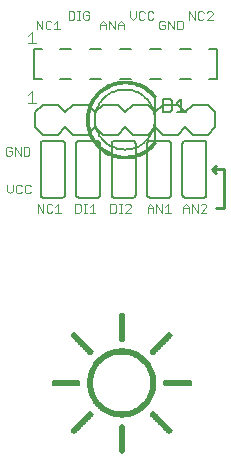
<source format=gto>
G75*
%MOIN*%
%OFA0B0*%
%FSLAX24Y24*%
%IPPOS*%
%LPD*%
%AMOC8*
5,1,8,0,0,1.08239X$1,22.5*
%
%ADD10C,0.0030*%
%ADD11C,0.0100*%
%ADD12R,0.0069X0.0010*%
%ADD13R,0.0098X0.0010*%
%ADD14R,0.0128X0.0010*%
%ADD15R,0.0148X0.0010*%
%ADD16R,0.0157X0.0010*%
%ADD17R,0.0167X0.0010*%
%ADD18R,0.0177X0.0010*%
%ADD19R,0.0187X0.0010*%
%ADD20R,0.0059X0.0010*%
%ADD21R,0.0118X0.0010*%
%ADD22R,0.0138X0.0010*%
%ADD23R,0.0197X0.0010*%
%ADD24R,0.0207X0.0010*%
%ADD25R,0.0217X0.0010*%
%ADD26R,0.0226X0.0010*%
%ADD27R,0.0236X0.0010*%
%ADD28R,0.0246X0.0010*%
%ADD29R,0.0256X0.0010*%
%ADD30R,0.0108X0.0010*%
%ADD31R,0.0335X0.0010*%
%ADD32R,0.0453X0.0010*%
%ADD33R,0.0541X0.0010*%
%ADD34R,0.0610X0.0010*%
%ADD35R,0.0679X0.0010*%
%ADD36R,0.0738X0.0010*%
%ADD37R,0.0797X0.0010*%
%ADD38R,0.0846X0.0010*%
%ADD39R,0.0896X0.0010*%
%ADD40R,0.0935X0.0010*%
%ADD41R,0.0984X0.0010*%
%ADD42R,0.1024X0.0010*%
%ADD43R,0.1063X0.0010*%
%ADD44R,0.1093X0.0010*%
%ADD45R,0.1132X0.0010*%
%ADD46R,0.1161X0.0010*%
%ADD47R,0.1201X0.0010*%
%ADD48R,0.1230X0.0010*%
%ADD49R,0.0512X0.0010*%
%ADD50R,0.0522X0.0010*%
%ADD51R,0.0472X0.0010*%
%ADD52R,0.0463X0.0010*%
%ADD53R,0.0433X0.0010*%
%ADD54R,0.0404X0.0010*%
%ADD55R,0.0394X0.0010*%
%ADD56R,0.0384X0.0010*%
%ADD57R,0.0374X0.0010*%
%ADD58R,0.0354X0.0010*%
%ADD59R,0.0364X0.0010*%
%ADD60R,0.0344X0.0010*%
%ADD61R,0.0325X0.0010*%
%ADD62R,0.0315X0.0010*%
%ADD63R,0.0305X0.0010*%
%ADD64R,0.0295X0.0010*%
%ADD65R,0.0285X0.0010*%
%ADD66R,0.0276X0.0010*%
%ADD67R,0.0266X0.0010*%
%ADD68R,0.0856X0.0010*%
%ADD69R,0.0886X0.0010*%
%ADD70R,0.0906X0.0010*%
%ADD71R,0.0925X0.0010*%
%ADD72R,0.0945X0.0010*%
%ADD73R,0.0955X0.0010*%
%ADD74R,0.0965X0.0010*%
%ADD75R,0.0915X0.0010*%
%ADD76R,0.0876X0.0010*%
%ADD77R,0.0837X0.0010*%
%ADD78R,0.0423X0.0010*%
%ADD79R,0.0010X0.0010*%
%ADD80R,0.0079X0.0010*%
%ADD81R,0.0502X0.0010*%
%ADD82R,0.1240X0.0010*%
%ADD83R,0.1171X0.0010*%
%ADD84R,0.1142X0.0010*%
%ADD85R,0.1102X0.0010*%
%ADD86R,0.0807X0.0010*%
%ADD87R,0.0748X0.0010*%
%ADD88R,0.0689X0.0010*%
%ADD89R,0.0630X0.0010*%
%ADD90R,0.0551X0.0010*%
%ADD91R,0.0030X0.0010*%
%ADD92R,0.0089X0.0010*%
%ADD93R,0.0049X0.0010*%
%ADD94C,0.0060*%
%ADD95C,0.0080*%
%ADD96C,0.0070*%
%ADD97C,0.0010*%
%ADD98C,0.0050*%
D10*
X004017Y020076D02*
X004017Y020366D01*
X004211Y020076D01*
X004211Y020366D01*
X004312Y020318D02*
X004312Y020124D01*
X004360Y020076D01*
X004457Y020076D01*
X004505Y020124D01*
X004607Y020076D02*
X004800Y020076D01*
X004703Y020076D02*
X004703Y020366D01*
X004607Y020270D01*
X004505Y020318D02*
X004457Y020366D01*
X004360Y020366D01*
X004312Y020318D01*
X003782Y020765D02*
X003734Y020716D01*
X003637Y020716D01*
X003589Y020765D01*
X003589Y020958D01*
X003637Y021006D01*
X003734Y021006D01*
X003782Y020958D01*
X003488Y020958D02*
X003439Y021006D01*
X003343Y021006D01*
X003294Y020958D01*
X003294Y020765D01*
X003343Y020716D01*
X003439Y020716D01*
X003488Y020765D01*
X003193Y020813D02*
X003193Y021006D01*
X003193Y020813D02*
X003096Y020716D01*
X003000Y020813D01*
X003000Y021006D01*
X003009Y021976D02*
X003105Y021976D01*
X003154Y022024D01*
X003154Y022121D01*
X003057Y022121D01*
X002960Y022218D02*
X002960Y022024D01*
X003009Y021976D01*
X002960Y022218D02*
X003009Y022266D01*
X003105Y022266D01*
X003154Y022218D01*
X003255Y022266D02*
X003255Y021976D01*
X003448Y021976D02*
X003255Y022266D01*
X003448Y022266D02*
X003448Y021976D01*
X003550Y021976D02*
X003550Y022266D01*
X003695Y022266D01*
X003743Y022218D01*
X003743Y022024D01*
X003695Y021976D01*
X003550Y021976D01*
X003708Y023748D02*
X003955Y023748D01*
X003832Y023748D02*
X003832Y024118D01*
X003708Y023995D01*
X003708Y025716D02*
X003955Y025716D01*
X003832Y025716D02*
X003832Y026086D01*
X003708Y025963D01*
X003984Y026189D02*
X003984Y026479D01*
X004177Y026189D01*
X004177Y026479D01*
X004279Y026430D02*
X004279Y026237D01*
X004327Y026189D01*
X004424Y026189D01*
X004472Y026237D01*
X004573Y026189D02*
X004767Y026189D01*
X004670Y026189D02*
X004670Y026479D01*
X004573Y026382D01*
X004472Y026430D02*
X004424Y026479D01*
X004327Y026479D01*
X004279Y026430D01*
X005047Y026504D02*
X005192Y026504D01*
X005240Y026552D01*
X005240Y026745D01*
X005192Y026794D01*
X005047Y026794D01*
X005047Y026504D01*
X005342Y026504D02*
X005438Y026504D01*
X005390Y026504D02*
X005390Y026794D01*
X005342Y026794D02*
X005438Y026794D01*
X005538Y026745D02*
X005538Y026552D01*
X005586Y026504D01*
X005683Y026504D01*
X005731Y026552D01*
X005731Y026649D01*
X005635Y026649D01*
X005731Y026745D02*
X005683Y026794D01*
X005586Y026794D01*
X005538Y026745D01*
X006110Y026382D02*
X006110Y026189D01*
X006110Y026334D02*
X006303Y026334D01*
X006303Y026382D02*
X006303Y026189D01*
X006405Y026189D02*
X006405Y026479D01*
X006598Y026189D01*
X006598Y026479D01*
X006699Y026382D02*
X006699Y026189D01*
X006699Y026334D02*
X006893Y026334D01*
X006893Y026382D02*
X006893Y026189D01*
X006893Y026382D02*
X006796Y026479D01*
X006699Y026382D01*
X006303Y026382D02*
X006207Y026479D01*
X006110Y026382D01*
X007094Y026600D02*
X007191Y026504D01*
X007288Y026600D01*
X007288Y026794D01*
X007389Y026745D02*
X007389Y026552D01*
X007437Y026504D01*
X007534Y026504D01*
X007582Y026552D01*
X007683Y026552D02*
X007732Y026504D01*
X007829Y026504D01*
X007877Y026552D01*
X007877Y026745D02*
X007829Y026794D01*
X007732Y026794D01*
X007683Y026745D01*
X007683Y026552D01*
X007582Y026745D02*
X007534Y026794D01*
X007437Y026794D01*
X007389Y026745D01*
X007094Y026794D02*
X007094Y026600D01*
X008078Y026430D02*
X008078Y026237D01*
X008127Y026189D01*
X008224Y026189D01*
X008272Y026237D01*
X008272Y026334D01*
X008175Y026334D01*
X008078Y026430D02*
X008127Y026479D01*
X008224Y026479D01*
X008272Y026430D01*
X008373Y026479D02*
X008373Y026189D01*
X008567Y026189D02*
X008373Y026479D01*
X008567Y026479D02*
X008567Y026189D01*
X008668Y026189D02*
X008668Y026479D01*
X008813Y026479D01*
X008861Y026430D01*
X008861Y026237D01*
X008813Y026189D01*
X008668Y026189D01*
X009063Y026504D02*
X009063Y026794D01*
X009256Y026504D01*
X009256Y026794D01*
X009357Y026745D02*
X009357Y026552D01*
X009406Y026504D01*
X009502Y026504D01*
X009551Y026552D01*
X009652Y026504D02*
X009845Y026697D01*
X009845Y026745D01*
X009797Y026794D01*
X009700Y026794D01*
X009652Y026745D01*
X009551Y026745D02*
X009502Y026794D01*
X009406Y026794D01*
X009357Y026745D01*
X009652Y026504D02*
X009845Y026504D01*
X009594Y020366D02*
X009497Y020366D01*
X009449Y020318D01*
X009348Y020366D02*
X009348Y020076D01*
X009154Y020366D01*
X009154Y020076D01*
X009053Y020076D02*
X009053Y020270D01*
X008957Y020366D01*
X008860Y020270D01*
X008860Y020076D01*
X008860Y020221D02*
X009053Y020221D01*
X009449Y020076D02*
X009643Y020270D01*
X009643Y020318D01*
X009594Y020366D01*
X009643Y020076D02*
X009449Y020076D01*
X008461Y020076D02*
X008268Y020076D01*
X008365Y020076D02*
X008365Y020366D01*
X008268Y020270D01*
X008167Y020366D02*
X008167Y020076D01*
X007973Y020366D01*
X007973Y020076D01*
X007872Y020076D02*
X007872Y020270D01*
X007775Y020366D01*
X007679Y020270D01*
X007679Y020076D01*
X007679Y020221D02*
X007872Y020221D01*
X007123Y020270D02*
X007123Y020318D01*
X007075Y020366D01*
X006978Y020366D01*
X006929Y020318D01*
X006830Y020366D02*
X006733Y020366D01*
X006781Y020366D02*
X006781Y020076D01*
X006733Y020076D02*
X006830Y020076D01*
X006929Y020076D02*
X007123Y020270D01*
X007123Y020076D02*
X006929Y020076D01*
X006632Y020124D02*
X006632Y020318D01*
X006583Y020366D01*
X006438Y020366D01*
X006438Y020076D01*
X006583Y020076D01*
X006632Y020124D01*
X005942Y020076D02*
X005748Y020076D01*
X005845Y020076D02*
X005845Y020366D01*
X005748Y020270D01*
X005649Y020366D02*
X005552Y020366D01*
X005600Y020366D02*
X005600Y020076D01*
X005552Y020076D02*
X005649Y020076D01*
X005451Y020124D02*
X005451Y020318D01*
X005402Y020366D01*
X005257Y020366D01*
X005257Y020076D01*
X005402Y020076D01*
X005451Y020124D01*
D11*
X009835Y021528D02*
X009953Y021410D01*
X009835Y021528D02*
X009953Y021646D01*
X009835Y021528D02*
X010229Y021528D01*
X010229Y020229D01*
X009953Y020229D01*
D12*
X007857Y013418D03*
X008408Y012699D03*
X006813Y012985D03*
X006813Y012040D03*
X005770Y013418D03*
D13*
X005224Y012709D03*
X006818Y012050D03*
X008403Y012709D03*
X008403Y016046D03*
X005224Y016046D03*
D14*
X005770Y015357D03*
X005770Y013398D03*
X006813Y012965D03*
X006813Y012059D03*
X007857Y013398D03*
X008408Y012719D03*
X007857Y015357D03*
X006813Y015790D03*
D15*
X006813Y015800D03*
X006813Y016676D03*
X007857Y015367D03*
X007857Y013388D03*
X008408Y012729D03*
X006813Y012955D03*
X006813Y012069D03*
X005770Y013388D03*
X005770Y015367D03*
D16*
X005224Y016016D03*
X006818Y013241D03*
X006818Y012079D03*
X008403Y012739D03*
X008403Y016016D03*
X005224Y012739D03*
D17*
X005770Y013378D03*
X005770Y015376D03*
X005229Y016006D03*
X006813Y015819D03*
X006813Y015809D03*
X006813Y016656D03*
X006813Y016666D03*
X007857Y015376D03*
X007857Y013378D03*
X006813Y012945D03*
X006813Y012935D03*
X006813Y012089D03*
D18*
X006818Y012099D03*
X006818Y012926D03*
X007862Y013369D03*
X007852Y014185D03*
X007862Y014244D03*
X007862Y014254D03*
X007871Y014353D03*
X007871Y014363D03*
X007871Y014372D03*
X007871Y014382D03*
X007871Y014392D03*
X007871Y014402D03*
X007871Y014412D03*
X007871Y014422D03*
X007862Y014510D03*
X007862Y014520D03*
X007852Y014579D03*
X007862Y015386D03*
X008403Y016006D03*
X006818Y015829D03*
X006818Y016646D03*
X005775Y014540D03*
X005765Y014471D03*
X005765Y014461D03*
X005765Y014451D03*
X005765Y014441D03*
X005765Y014431D03*
X005765Y014343D03*
X005765Y014333D03*
X005765Y014323D03*
X005765Y014313D03*
X005765Y014304D03*
X005775Y014225D03*
X005765Y013369D03*
X005224Y012748D03*
X005765Y015386D03*
X008403Y012748D03*
D19*
X008398Y012758D03*
X007867Y013359D03*
X007807Y014028D03*
X007817Y014048D03*
X007817Y014057D03*
X007827Y014077D03*
X007827Y014087D03*
X007827Y014097D03*
X007837Y014107D03*
X007837Y014117D03*
X007837Y014126D03*
X007837Y014136D03*
X007847Y014146D03*
X007847Y014156D03*
X007847Y014166D03*
X007847Y014176D03*
X007857Y014195D03*
X007857Y014205D03*
X007857Y014215D03*
X007857Y014225D03*
X007857Y014235D03*
X007867Y014264D03*
X007867Y014274D03*
X007867Y014284D03*
X007867Y014294D03*
X007867Y014304D03*
X007867Y014313D03*
X007867Y014323D03*
X007867Y014333D03*
X007867Y014343D03*
X007867Y014431D03*
X007867Y014441D03*
X007867Y014451D03*
X007867Y014461D03*
X007867Y014471D03*
X007867Y014481D03*
X007867Y014491D03*
X007867Y014500D03*
X007857Y014530D03*
X007857Y014540D03*
X007857Y014550D03*
X007857Y014559D03*
X007857Y014569D03*
X007847Y014589D03*
X007847Y014599D03*
X007847Y014609D03*
X007847Y014619D03*
X007837Y014628D03*
X007837Y014638D03*
X007837Y014648D03*
X007837Y014658D03*
X007827Y014678D03*
X007827Y014687D03*
X007817Y014707D03*
X007817Y014717D03*
X007807Y014737D03*
X007798Y014766D03*
X007867Y015396D03*
X008398Y015996D03*
X006813Y015996D03*
X006813Y015987D03*
X006813Y015977D03*
X006813Y015967D03*
X006813Y015957D03*
X006813Y015947D03*
X006813Y015937D03*
X006813Y015928D03*
X006813Y015918D03*
X006813Y015908D03*
X006813Y015898D03*
X006813Y015888D03*
X006813Y015878D03*
X006813Y015869D03*
X006813Y015859D03*
X006813Y015849D03*
X006813Y015839D03*
X006813Y016006D03*
X006813Y016016D03*
X006813Y016026D03*
X006813Y016036D03*
X006813Y016046D03*
X006813Y016056D03*
X006813Y016065D03*
X006813Y016075D03*
X006813Y016085D03*
X006813Y016095D03*
X006813Y016105D03*
X006813Y016115D03*
X006813Y016124D03*
X006813Y016134D03*
X006813Y016144D03*
X006813Y016154D03*
X006813Y016164D03*
X006813Y016174D03*
X006813Y016183D03*
X006813Y016193D03*
X006813Y016203D03*
X006813Y016213D03*
X006813Y016223D03*
X006813Y016233D03*
X006813Y016243D03*
X006813Y016252D03*
X006813Y016262D03*
X006813Y016272D03*
X006813Y016282D03*
X006813Y016292D03*
X006813Y016302D03*
X006813Y016311D03*
X006813Y016321D03*
X006813Y016331D03*
X006813Y016341D03*
X006813Y016351D03*
X006813Y016361D03*
X006813Y016370D03*
X006813Y016380D03*
X006813Y016390D03*
X006813Y016400D03*
X006813Y016410D03*
X006813Y016420D03*
X006813Y016430D03*
X006813Y016439D03*
X006813Y016449D03*
X006813Y016459D03*
X006813Y016469D03*
X006813Y016479D03*
X006813Y016489D03*
X006813Y016498D03*
X006813Y016508D03*
X006813Y016518D03*
X006813Y016528D03*
X006813Y016538D03*
X006813Y016548D03*
X006813Y016557D03*
X006813Y016567D03*
X006813Y016577D03*
X006813Y016587D03*
X006813Y016597D03*
X006813Y016607D03*
X006813Y016617D03*
X006813Y016626D03*
X006813Y016636D03*
X005819Y014727D03*
X005819Y014717D03*
X005809Y014697D03*
X005809Y014687D03*
X005800Y014668D03*
X005800Y014658D03*
X005800Y014648D03*
X005790Y014628D03*
X005790Y014619D03*
X005790Y014609D03*
X005790Y014599D03*
X005780Y014589D03*
X005780Y014579D03*
X005780Y014569D03*
X005780Y014559D03*
X005780Y014550D03*
X005770Y014530D03*
X005770Y014520D03*
X005770Y014510D03*
X005770Y014500D03*
X005770Y014491D03*
X005770Y014481D03*
X005760Y014422D03*
X005760Y014412D03*
X005760Y014402D03*
X005760Y014392D03*
X005760Y014382D03*
X005760Y014372D03*
X005760Y014363D03*
X005760Y014353D03*
X005770Y014294D03*
X005770Y014284D03*
X005770Y014274D03*
X005770Y014264D03*
X005770Y014254D03*
X005770Y014244D03*
X005770Y014235D03*
X005780Y014215D03*
X005780Y014205D03*
X005780Y014195D03*
X005780Y014185D03*
X005780Y014176D03*
X005790Y014166D03*
X005790Y014156D03*
X005790Y014146D03*
X005790Y014136D03*
X005800Y014117D03*
X005800Y014107D03*
X005800Y014097D03*
X005809Y014077D03*
X005809Y014067D03*
X005819Y014048D03*
X005829Y014018D03*
X005229Y012758D03*
X006813Y012758D03*
X006813Y012748D03*
X006813Y012739D03*
X006813Y012729D03*
X006813Y012719D03*
X006813Y012709D03*
X006813Y012699D03*
X006813Y012689D03*
X006813Y012680D03*
X006813Y012670D03*
X006813Y012660D03*
X006813Y012650D03*
X006813Y012640D03*
X006813Y012630D03*
X006813Y012620D03*
X006813Y012611D03*
X006813Y012601D03*
X006813Y012591D03*
X006813Y012581D03*
X006813Y012571D03*
X006813Y012561D03*
X006813Y012552D03*
X006813Y012542D03*
X006813Y012532D03*
X006813Y012522D03*
X006813Y012512D03*
X006813Y012502D03*
X006813Y012493D03*
X006813Y012483D03*
X006813Y012473D03*
X006813Y012463D03*
X006813Y012453D03*
X006813Y012443D03*
X006813Y012433D03*
X006813Y012424D03*
X006813Y012414D03*
X006813Y012404D03*
X006813Y012394D03*
X006813Y012384D03*
X006813Y012374D03*
X006813Y012365D03*
X006813Y012355D03*
X006813Y012345D03*
X006813Y012335D03*
X006813Y012325D03*
X006813Y012315D03*
X006813Y012306D03*
X006813Y012296D03*
X006813Y012286D03*
X006813Y012276D03*
X006813Y012266D03*
X006813Y012256D03*
X006813Y012246D03*
X006813Y012237D03*
X006813Y012227D03*
X006813Y012217D03*
X006813Y012207D03*
X006813Y012197D03*
X006813Y012187D03*
X006813Y012178D03*
X006813Y012168D03*
X006813Y012158D03*
X006813Y012148D03*
X006813Y012138D03*
X006813Y012128D03*
X006813Y012119D03*
X006813Y012109D03*
X006813Y012768D03*
X006813Y012778D03*
X006813Y012788D03*
X006813Y012798D03*
X006813Y012807D03*
X006813Y012817D03*
X006813Y012827D03*
X006813Y012837D03*
X006813Y012847D03*
X006813Y012857D03*
X006813Y012867D03*
X006813Y012876D03*
X006813Y012886D03*
X006813Y012896D03*
X006813Y012906D03*
X006813Y012916D03*
X005229Y015996D03*
D20*
X005224Y012699D03*
X005224Y016056D03*
D21*
X005224Y016036D03*
X006818Y016695D03*
X008403Y016036D03*
X005224Y012719D03*
D22*
X005224Y012729D03*
X005224Y016026D03*
X006818Y016685D03*
X008403Y016026D03*
D23*
X008393Y015987D03*
X007753Y014865D03*
X007763Y014845D03*
X007773Y014825D03*
X007783Y014806D03*
X007783Y014796D03*
X007793Y014786D03*
X007793Y014776D03*
X007803Y014756D03*
X007803Y014746D03*
X007812Y014727D03*
X007822Y014697D03*
X007832Y014668D03*
X007822Y014067D03*
X007812Y014038D03*
X007803Y014018D03*
X007803Y014008D03*
X007793Y013998D03*
X007793Y013989D03*
X007793Y013979D03*
X007783Y013969D03*
X007783Y013959D03*
X007773Y013949D03*
X007773Y013939D03*
X007763Y013920D03*
X008393Y012768D03*
X005864Y013939D03*
X005854Y013959D03*
X005844Y013979D03*
X005844Y013989D03*
X005834Y013998D03*
X005834Y014008D03*
X005824Y014028D03*
X005824Y014038D03*
X005814Y014057D03*
X005805Y014087D03*
X005795Y014126D03*
X005795Y014638D03*
X005805Y014678D03*
X005814Y014707D03*
X005824Y014737D03*
X005824Y014746D03*
X005834Y014756D03*
X005834Y014766D03*
X005844Y014776D03*
X005844Y014786D03*
X005844Y014796D03*
X005854Y014806D03*
X005854Y014815D03*
X005864Y014825D03*
X005864Y014835D03*
X005765Y015396D03*
X005234Y015987D03*
X005765Y013359D03*
X005234Y012768D03*
D24*
X005239Y012778D03*
X005760Y013349D03*
X005928Y013821D03*
X005908Y013851D03*
X005898Y013870D03*
X005888Y013880D03*
X005888Y013890D03*
X005878Y013900D03*
X005878Y013910D03*
X005869Y013920D03*
X005869Y013930D03*
X005859Y013949D03*
X005849Y013969D03*
X005869Y014845D03*
X005878Y014855D03*
X005878Y014865D03*
X005888Y014874D03*
X005888Y014884D03*
X005898Y014894D03*
X005908Y014914D03*
X005760Y015406D03*
X005239Y015977D03*
X006813Y015524D03*
X007719Y014924D03*
X007729Y014904D03*
X007739Y014894D03*
X007739Y014884D03*
X007748Y014874D03*
X007758Y014855D03*
X007768Y014835D03*
X007778Y014815D03*
X007867Y015406D03*
X007768Y013930D03*
X007758Y013910D03*
X007748Y013900D03*
X007748Y013890D03*
X007739Y013880D03*
X007739Y013870D03*
X007729Y013861D03*
X007719Y013841D03*
X007867Y013349D03*
D25*
X007871Y013339D03*
X007665Y013762D03*
X007684Y013792D03*
X007694Y013802D03*
X007704Y013811D03*
X007704Y013821D03*
X007714Y013831D03*
X007724Y013851D03*
X007724Y014914D03*
X007714Y014933D03*
X007704Y014943D03*
X007704Y014953D03*
X007694Y014963D03*
X007684Y014973D03*
X007675Y014993D03*
X007871Y015416D03*
X008393Y015977D03*
X008393Y012778D03*
X005962Y013772D03*
X005952Y013782D03*
X005942Y013802D03*
X005932Y013811D03*
X005923Y013831D03*
X005913Y013841D03*
X005903Y013861D03*
X005755Y013339D03*
X005244Y012788D03*
X005903Y014904D03*
X005913Y014924D03*
X005923Y014933D03*
X005923Y014943D03*
X005932Y014953D03*
X005942Y014963D03*
X005952Y014983D03*
X005755Y015416D03*
X005244Y015967D03*
D26*
X005248Y015957D03*
X005750Y015426D03*
X005977Y015012D03*
X005967Y015002D03*
X005957Y014993D03*
X005947Y014973D03*
X005947Y013792D03*
X005967Y013762D03*
X005977Y013752D03*
X005750Y013329D03*
X005248Y012798D03*
X007640Y013733D03*
X007650Y013743D03*
X007660Y013752D03*
X007670Y013772D03*
X007680Y013782D03*
X007876Y013329D03*
X008388Y012788D03*
X007680Y014983D03*
X007670Y015002D03*
X007660Y015012D03*
X007650Y015022D03*
X007876Y015426D03*
X008388Y015967D03*
D27*
X008383Y015957D03*
X008373Y015947D03*
X007891Y015445D03*
X007881Y015435D03*
X007616Y015061D03*
X007625Y015052D03*
X007635Y015042D03*
X007645Y015032D03*
X007635Y013723D03*
X007625Y013713D03*
X007616Y013703D03*
X007881Y013319D03*
X007891Y013309D03*
X008373Y012807D03*
X008383Y012798D03*
X006011Y013713D03*
X006001Y013723D03*
X005992Y013733D03*
X005982Y013743D03*
X005745Y013319D03*
X005253Y012807D03*
X005982Y015022D03*
X005992Y015032D03*
X006001Y015042D03*
X006001Y015052D03*
X006011Y015061D03*
X006021Y015071D03*
X006031Y015081D03*
X005745Y015435D03*
X005253Y015947D03*
D28*
X005258Y015937D03*
X005268Y015928D03*
X005731Y015455D03*
X005741Y015445D03*
X006016Y013703D03*
X006026Y013693D03*
X006036Y013683D03*
X006046Y013674D03*
X005741Y013309D03*
X005731Y013300D03*
X005268Y012827D03*
X005258Y012817D03*
X007571Y013654D03*
X007581Y013664D03*
X007591Y013674D03*
X007601Y013683D03*
X007611Y013693D03*
X007896Y013300D03*
X008369Y012817D03*
X007611Y015071D03*
X007601Y015081D03*
X007591Y015091D03*
X007581Y015101D03*
X007896Y015455D03*
X007906Y015465D03*
X008369Y015937D03*
D29*
X008364Y015928D03*
X008354Y015918D03*
X008344Y015908D03*
X008334Y015898D03*
X008324Y015888D03*
X008314Y015878D03*
X008305Y015869D03*
X008295Y015859D03*
X008285Y015849D03*
X008275Y015839D03*
X008265Y015829D03*
X008255Y015819D03*
X008245Y015809D03*
X008236Y015800D03*
X008226Y015790D03*
X008216Y015780D03*
X008206Y015770D03*
X008196Y015760D03*
X008186Y015750D03*
X008177Y015741D03*
X008167Y015731D03*
X008157Y015721D03*
X008147Y015711D03*
X008137Y015701D03*
X008127Y015691D03*
X008118Y015681D03*
X008108Y015672D03*
X008098Y015662D03*
X008088Y015652D03*
X008078Y015642D03*
X008068Y015632D03*
X008058Y015622D03*
X008049Y015613D03*
X008039Y015603D03*
X008029Y015593D03*
X008019Y015583D03*
X008009Y015573D03*
X007999Y015563D03*
X007990Y015554D03*
X007980Y015544D03*
X007970Y015534D03*
X007960Y015524D03*
X007950Y015514D03*
X007940Y015504D03*
X007931Y015494D03*
X007921Y015485D03*
X007911Y015475D03*
X007556Y015130D03*
X007566Y015120D03*
X007576Y015111D03*
X007901Y013290D03*
X007911Y013280D03*
X007921Y013270D03*
X007931Y013260D03*
X007940Y013250D03*
X007950Y013241D03*
X007960Y013231D03*
X007970Y013221D03*
X007980Y013211D03*
X007990Y013201D03*
X007999Y013191D03*
X008009Y013181D03*
X008019Y013172D03*
X008029Y013162D03*
X008039Y013152D03*
X008049Y013142D03*
X008058Y013132D03*
X008068Y013122D03*
X008078Y013113D03*
X008088Y013103D03*
X008098Y013093D03*
X008108Y013083D03*
X008118Y013073D03*
X008127Y013063D03*
X008137Y013054D03*
X008147Y013044D03*
X008157Y013034D03*
X008167Y013024D03*
X008177Y013014D03*
X008186Y013004D03*
X008196Y012994D03*
X008206Y012985D03*
X008216Y012975D03*
X008226Y012965D03*
X008236Y012955D03*
X008245Y012945D03*
X008255Y012935D03*
X008265Y012926D03*
X008275Y012916D03*
X008285Y012906D03*
X008295Y012896D03*
X008305Y012886D03*
X008314Y012876D03*
X008324Y012867D03*
X008334Y012857D03*
X008344Y012847D03*
X008354Y012837D03*
X008364Y012827D03*
X006080Y013634D03*
X006070Y013644D03*
X006060Y013654D03*
X006051Y013664D03*
X005726Y013290D03*
X005716Y013280D03*
X005706Y013270D03*
X005696Y013260D03*
X005686Y013250D03*
X005677Y013241D03*
X005667Y013231D03*
X005657Y013221D03*
X005647Y013211D03*
X005637Y013201D03*
X005627Y013191D03*
X005618Y013181D03*
X005608Y013172D03*
X005598Y013162D03*
X005588Y013152D03*
X005578Y013142D03*
X005568Y013132D03*
X005558Y013122D03*
X005549Y013113D03*
X005539Y013103D03*
X005529Y013093D03*
X005519Y013083D03*
X005509Y013073D03*
X005499Y013063D03*
X005490Y013054D03*
X005480Y013044D03*
X005470Y013034D03*
X005460Y013024D03*
X005450Y013014D03*
X005440Y013004D03*
X005431Y012994D03*
X005421Y012985D03*
X005411Y012975D03*
X005401Y012965D03*
X005391Y012955D03*
X005381Y012945D03*
X005371Y012935D03*
X005362Y012926D03*
X005352Y012916D03*
X005342Y012906D03*
X005332Y012896D03*
X005322Y012886D03*
X005312Y012876D03*
X005303Y012867D03*
X005293Y012857D03*
X005283Y012847D03*
X005273Y012837D03*
X006041Y015091D03*
X006051Y015101D03*
X006060Y015111D03*
X006070Y015120D03*
X006080Y015130D03*
X006090Y015140D03*
X005726Y015465D03*
X005716Y015475D03*
X005706Y015485D03*
X005696Y015494D03*
X005686Y015504D03*
X005677Y015514D03*
X005667Y015524D03*
X005657Y015534D03*
X005647Y015544D03*
X005637Y015554D03*
X005627Y015563D03*
X005618Y015573D03*
X005608Y015583D03*
X005598Y015593D03*
X005588Y015603D03*
X005578Y015613D03*
X005568Y015622D03*
X005558Y015632D03*
X005549Y015642D03*
X005539Y015652D03*
X005529Y015662D03*
X005519Y015672D03*
X005509Y015681D03*
X005499Y015691D03*
X005490Y015701D03*
X005480Y015711D03*
X005470Y015721D03*
X005460Y015731D03*
X005450Y015741D03*
X005440Y015750D03*
X005431Y015760D03*
X005421Y015770D03*
X005411Y015780D03*
X005401Y015790D03*
X005391Y015800D03*
X005381Y015809D03*
X005371Y015819D03*
X005362Y015829D03*
X005352Y015839D03*
X005342Y015849D03*
X005332Y015859D03*
X005322Y015869D03*
X005312Y015878D03*
X005303Y015888D03*
X005293Y015898D03*
X005283Y015908D03*
X005273Y015918D03*
D30*
X005770Y015347D03*
X005770Y013408D03*
X006813Y012975D03*
X007857Y013408D03*
X007857Y015347D03*
X006813Y015780D03*
D31*
X006247Y015258D03*
X006247Y013506D03*
X006818Y013250D03*
X007379Y013506D03*
X007399Y013516D03*
X007389Y015258D03*
D32*
X006818Y013260D03*
D33*
X006813Y013270D03*
D34*
X006818Y013280D03*
D35*
X006813Y013290D03*
D36*
X006813Y013300D03*
D37*
X006813Y013309D03*
D38*
X006818Y013319D03*
X008679Y014294D03*
X008679Y014461D03*
D39*
X006813Y013329D03*
X004953Y014441D03*
D40*
X004953Y014422D03*
X004953Y014333D03*
X006813Y013339D03*
X008674Y014333D03*
X008674Y014422D03*
D41*
X006818Y015416D03*
X006818Y013349D03*
D42*
X006818Y013359D03*
X006818Y015406D03*
D43*
X006818Y015396D03*
X006818Y013369D03*
D44*
X006813Y013378D03*
D45*
X006813Y013388D03*
D46*
X006818Y013398D03*
D47*
X006818Y013408D03*
X006818Y015357D03*
D48*
X006813Y013418D03*
D49*
X006444Y013428D03*
D50*
X007187Y013428D03*
D51*
X006405Y013437D03*
X006818Y015504D03*
D52*
X006400Y015327D03*
X007237Y015327D03*
X007227Y013437D03*
D53*
X007261Y013447D03*
X006375Y013447D03*
X007261Y015317D03*
D54*
X007286Y015307D03*
X006341Y015307D03*
X006351Y013457D03*
X007286Y013457D03*
D55*
X007310Y015298D03*
X006326Y013467D03*
D56*
X006321Y015298D03*
X007306Y013467D03*
D57*
X007330Y013477D03*
X007330Y015288D03*
X006306Y013477D03*
D58*
X006287Y013487D03*
X006267Y013496D03*
X007350Y015278D03*
X007369Y015268D03*
D59*
X006813Y015514D03*
X006302Y015288D03*
X006282Y015278D03*
X007345Y013487D03*
D60*
X007365Y013496D03*
X006262Y015268D03*
D61*
X006233Y015248D03*
X006233Y013516D03*
X007414Y013526D03*
X007404Y015248D03*
D62*
X007419Y015239D03*
X007429Y013536D03*
X006218Y013526D03*
X006218Y015239D03*
D63*
X006203Y015229D03*
X006183Y015219D03*
X006174Y015209D03*
X006193Y013546D03*
X006203Y013536D03*
X007443Y013546D03*
X007443Y015219D03*
X007433Y015229D03*
D64*
X007458Y015209D03*
X007468Y013565D03*
X007458Y013556D03*
X006179Y013556D03*
X006159Y015199D03*
D65*
X006144Y015189D03*
X006134Y015180D03*
X006154Y013575D03*
X006164Y013565D03*
X007483Y013575D03*
X007483Y015189D03*
X007473Y015199D03*
D66*
X007497Y015180D03*
X007507Y015170D03*
X007517Y013605D03*
X007507Y013595D03*
X007497Y013585D03*
X006139Y013585D03*
X006129Y013595D03*
X006110Y015160D03*
X006119Y015170D03*
D67*
X006105Y015150D03*
X006095Y013624D03*
X006105Y013615D03*
X006115Y013605D03*
X007532Y013615D03*
X007542Y013624D03*
X007552Y013634D03*
X007561Y013644D03*
X007542Y015140D03*
X007532Y015150D03*
X007522Y015160D03*
D68*
X006813Y015445D03*
X004953Y014294D03*
D69*
X004948Y014304D03*
X008679Y014304D03*
D70*
X008679Y014313D03*
X008679Y014441D03*
X006818Y015435D03*
X004948Y014313D03*
D71*
X004948Y014323D03*
X008679Y014323D03*
X008679Y014431D03*
D72*
X008679Y014412D03*
X008679Y014402D03*
X008679Y014343D03*
X006818Y015426D03*
X004948Y014412D03*
X004948Y014343D03*
D73*
X004953Y014353D03*
X004953Y014363D03*
X004953Y014372D03*
X004953Y014382D03*
X004953Y014392D03*
X004953Y014402D03*
X008674Y014392D03*
X008674Y014363D03*
X008674Y014353D03*
D74*
X008679Y014372D03*
X008679Y014382D03*
D75*
X004953Y014431D03*
D76*
X004953Y014451D03*
X008674Y014451D03*
D77*
X004953Y014461D03*
D78*
X006370Y015317D03*
D79*
X007857Y015327D03*
D80*
X007862Y015337D03*
X005775Y015337D03*
D81*
X006439Y015337D03*
X007197Y015337D03*
D82*
X006818Y015347D03*
D83*
X006813Y015367D03*
D84*
X006818Y015376D03*
D85*
X006818Y015386D03*
D86*
X006818Y015455D03*
D87*
X006818Y015465D03*
D88*
X006818Y015475D03*
D89*
X006818Y015485D03*
D90*
X006818Y015494D03*
D91*
X006813Y015760D03*
D92*
X006813Y015770D03*
X006813Y016705D03*
D93*
X006813Y016715D03*
X008408Y016056D03*
D94*
X008363Y020578D02*
X007763Y020578D01*
X007746Y020580D01*
X007729Y020584D01*
X007713Y020591D01*
X007699Y020601D01*
X007686Y020614D01*
X007676Y020628D01*
X007669Y020644D01*
X007665Y020661D01*
X007663Y020678D01*
X007663Y022378D01*
X007665Y022395D01*
X007669Y022412D01*
X007676Y022428D01*
X007686Y022442D01*
X007699Y022455D01*
X007713Y022465D01*
X007729Y022472D01*
X007746Y022476D01*
X007763Y022478D01*
X008363Y022478D01*
X008380Y022476D01*
X008397Y022472D01*
X008413Y022465D01*
X008427Y022455D01*
X008440Y022442D01*
X008450Y022428D01*
X008457Y022412D01*
X008461Y022395D01*
X008463Y022378D01*
X008463Y020678D01*
X008461Y020661D01*
X008457Y020644D01*
X008450Y020628D01*
X008440Y020614D01*
X008427Y020601D01*
X008413Y020591D01*
X008397Y020584D01*
X008380Y020580D01*
X008363Y020578D01*
X008844Y020678D02*
X008844Y022378D01*
X008846Y022395D01*
X008850Y022412D01*
X008857Y022428D01*
X008867Y022442D01*
X008880Y022455D01*
X008894Y022465D01*
X008910Y022472D01*
X008927Y022476D01*
X008944Y022478D01*
X009544Y022478D01*
X009561Y022476D01*
X009578Y022472D01*
X009594Y022465D01*
X009608Y022455D01*
X009621Y022442D01*
X009631Y022428D01*
X009638Y022412D01*
X009642Y022395D01*
X009644Y022378D01*
X009644Y020678D01*
X009642Y020661D01*
X009638Y020644D01*
X009631Y020628D01*
X009621Y020614D01*
X009608Y020601D01*
X009594Y020591D01*
X009578Y020584D01*
X009561Y020580D01*
X009544Y020578D01*
X008944Y020578D01*
X008927Y020580D01*
X008910Y020584D01*
X008894Y020591D01*
X008880Y020601D01*
X008867Y020614D01*
X008857Y020628D01*
X008850Y020644D01*
X008846Y020661D01*
X008844Y020678D01*
X007282Y020678D02*
X007282Y022378D01*
X007280Y022395D01*
X007276Y022412D01*
X007269Y022428D01*
X007259Y022442D01*
X007246Y022455D01*
X007232Y022465D01*
X007216Y022472D01*
X007199Y022476D01*
X007182Y022478D01*
X006582Y022478D01*
X006565Y022476D01*
X006548Y022472D01*
X006532Y022465D01*
X006518Y022455D01*
X006505Y022442D01*
X006495Y022428D01*
X006488Y022412D01*
X006484Y022395D01*
X006482Y022378D01*
X006482Y020678D01*
X006484Y020661D01*
X006488Y020644D01*
X006495Y020628D01*
X006505Y020614D01*
X006518Y020601D01*
X006532Y020591D01*
X006548Y020584D01*
X006565Y020580D01*
X006582Y020578D01*
X007182Y020578D01*
X007199Y020580D01*
X007216Y020584D01*
X007232Y020591D01*
X007246Y020601D01*
X007259Y020614D01*
X007269Y020628D01*
X007276Y020644D01*
X007280Y020661D01*
X007282Y020678D01*
X006101Y020678D02*
X006101Y022378D01*
X006099Y022395D01*
X006095Y022412D01*
X006088Y022428D01*
X006078Y022442D01*
X006065Y022455D01*
X006051Y022465D01*
X006035Y022472D01*
X006018Y022476D01*
X006001Y022478D01*
X005401Y022478D01*
X005384Y022476D01*
X005367Y022472D01*
X005351Y022465D01*
X005337Y022455D01*
X005324Y022442D01*
X005314Y022428D01*
X005307Y022412D01*
X005303Y022395D01*
X005301Y022378D01*
X005301Y020678D01*
X005303Y020661D01*
X005307Y020644D01*
X005314Y020628D01*
X005324Y020614D01*
X005337Y020601D01*
X005351Y020591D01*
X005367Y020584D01*
X005384Y020580D01*
X005401Y020578D01*
X006001Y020578D01*
X006018Y020580D01*
X006035Y020584D01*
X006051Y020591D01*
X006065Y020601D01*
X006078Y020614D01*
X006088Y020628D01*
X006095Y020644D01*
X006099Y020661D01*
X006101Y020678D01*
X005922Y023181D02*
X005924Y023244D01*
X005930Y023306D01*
X005940Y023368D01*
X005953Y023430D01*
X005971Y023490D01*
X005992Y023549D01*
X006017Y023607D01*
X006046Y023663D01*
X006078Y023717D01*
X006113Y023769D01*
X006151Y023818D01*
X006193Y023866D01*
X006237Y023910D01*
X006285Y023952D01*
X006334Y023990D01*
X006386Y024025D01*
X006440Y024057D01*
X006496Y024086D01*
X006554Y024111D01*
X006613Y024132D01*
X006673Y024150D01*
X006735Y024163D01*
X006797Y024173D01*
X006859Y024179D01*
X006922Y024181D01*
X006985Y024179D01*
X007047Y024173D01*
X007109Y024163D01*
X007171Y024150D01*
X007231Y024132D01*
X007290Y024111D01*
X007348Y024086D01*
X007404Y024057D01*
X007458Y024025D01*
X007510Y023990D01*
X007559Y023952D01*
X007607Y023910D01*
X007651Y023866D01*
X007693Y023818D01*
X007731Y023769D01*
X007766Y023717D01*
X007798Y023663D01*
X007827Y023607D01*
X007852Y023549D01*
X007873Y023490D01*
X007891Y023430D01*
X007904Y023368D01*
X007914Y023306D01*
X007920Y023244D01*
X007922Y023181D01*
X007920Y023118D01*
X007914Y023056D01*
X007904Y022994D01*
X007891Y022932D01*
X007873Y022872D01*
X007852Y022813D01*
X007827Y022755D01*
X007798Y022699D01*
X007766Y022645D01*
X007731Y022593D01*
X007693Y022544D01*
X007651Y022496D01*
X007607Y022452D01*
X007559Y022410D01*
X007510Y022372D01*
X007458Y022337D01*
X007404Y022305D01*
X007348Y022276D01*
X007290Y022251D01*
X007231Y022230D01*
X007171Y022212D01*
X007109Y022199D01*
X007047Y022189D01*
X006985Y022183D01*
X006922Y022181D01*
X006859Y022183D01*
X006797Y022189D01*
X006735Y022199D01*
X006673Y022212D01*
X006613Y022230D01*
X006554Y022251D01*
X006496Y022276D01*
X006440Y022305D01*
X006386Y022337D01*
X006334Y022372D01*
X006285Y022410D01*
X006237Y022452D01*
X006193Y022496D01*
X006151Y022544D01*
X006113Y022593D01*
X006078Y022645D01*
X006046Y022699D01*
X006017Y022755D01*
X005992Y022813D01*
X005971Y022872D01*
X005953Y022932D01*
X005940Y022994D01*
X005930Y023056D01*
X005924Y023118D01*
X005922Y023181D01*
X004920Y022378D02*
X004920Y020678D01*
X004918Y020661D01*
X004914Y020644D01*
X004907Y020628D01*
X004897Y020614D01*
X004884Y020601D01*
X004870Y020591D01*
X004854Y020584D01*
X004837Y020580D01*
X004820Y020578D01*
X004220Y020578D01*
X004203Y020580D01*
X004186Y020584D01*
X004170Y020591D01*
X004156Y020601D01*
X004143Y020614D01*
X004133Y020628D01*
X004126Y020644D01*
X004122Y020661D01*
X004120Y020678D01*
X004120Y022378D01*
X004122Y022395D01*
X004126Y022412D01*
X004133Y022428D01*
X004143Y022442D01*
X004156Y022455D01*
X004170Y022465D01*
X004186Y022472D01*
X004203Y022476D01*
X004220Y022478D01*
X004820Y022478D01*
X004837Y022476D01*
X004854Y022472D01*
X004870Y022465D01*
X004884Y022455D01*
X004897Y022442D01*
X004907Y022428D01*
X004914Y022412D01*
X004918Y022395D01*
X004920Y022378D01*
D95*
X004691Y022681D02*
X004191Y022681D01*
X003941Y022931D01*
X003941Y023431D01*
X004191Y023681D01*
X004691Y023681D01*
X004941Y023431D01*
X005191Y023681D01*
X005691Y023681D01*
X005941Y023431D01*
X006191Y023681D01*
X006691Y023681D01*
X006941Y023431D01*
X007191Y023681D01*
X007691Y023681D01*
X007941Y023431D01*
X008191Y023681D01*
X008691Y023681D01*
X008941Y023431D01*
X009191Y023681D01*
X009691Y023681D01*
X009941Y023431D01*
X009941Y022931D01*
X009691Y022681D01*
X009191Y022681D01*
X008941Y022931D01*
X008691Y022681D01*
X008191Y022681D01*
X007941Y022931D01*
X007691Y022681D01*
X007191Y022681D01*
X006941Y022931D01*
X006691Y022681D01*
X006191Y022681D01*
X005941Y022931D01*
X005691Y022681D01*
X005191Y022681D01*
X004941Y022931D01*
X004691Y022681D01*
X007922Y022431D02*
X007922Y023931D01*
D96*
X007752Y024524D02*
X008131Y024524D01*
X008131Y025524D02*
X007752Y025524D01*
X007131Y025524D02*
X006752Y025524D01*
X006752Y024524D02*
X007131Y024524D01*
X006131Y024524D02*
X005752Y024524D01*
X005752Y025524D02*
X006131Y025524D01*
X005131Y025524D02*
X004752Y025524D01*
X004752Y024524D02*
X005131Y024524D01*
X004154Y024540D02*
X003902Y024540D01*
X003902Y025524D01*
X004154Y025524D01*
X008752Y025524D02*
X009131Y025524D01*
X009131Y024524D02*
X008752Y024524D01*
X009717Y024540D02*
X009981Y024540D01*
X009981Y025524D01*
X009717Y025524D01*
D97*
X007954Y023961D02*
X007882Y023907D01*
X007883Y023908D02*
X007840Y023961D01*
X007795Y024012D01*
X007746Y024060D01*
X007695Y024105D01*
X007641Y024148D01*
X007585Y024187D01*
X007527Y024223D01*
X007467Y024256D01*
X007406Y024285D01*
X007342Y024310D01*
X007278Y024332D01*
X007212Y024351D01*
X007145Y024365D01*
X007078Y024376D01*
X007010Y024383D01*
X006942Y024386D01*
X006873Y024385D01*
X006805Y024380D01*
X006737Y024372D01*
X006670Y024359D01*
X006604Y024343D01*
X006539Y024323D01*
X006474Y024300D01*
X006412Y024273D01*
X006351Y024242D01*
X006292Y024208D01*
X006234Y024171D01*
X006179Y024130D01*
X006127Y024086D01*
X006077Y024040D01*
X006030Y023991D01*
X005985Y023939D01*
X005944Y023885D01*
X005905Y023828D01*
X005870Y023769D01*
X005839Y023709D01*
X005811Y023647D01*
X005786Y023583D01*
X005765Y023518D01*
X005748Y023452D01*
X005734Y023385D01*
X005725Y023317D01*
X005719Y023249D01*
X005717Y023181D01*
X005719Y023113D01*
X005725Y023045D01*
X005734Y022977D01*
X005748Y022910D01*
X005765Y022844D01*
X005786Y022779D01*
X005811Y022715D01*
X005839Y022653D01*
X005870Y022593D01*
X005905Y022534D01*
X005944Y022477D01*
X005985Y022423D01*
X006030Y022371D01*
X006077Y022322D01*
X006127Y022276D01*
X006179Y022232D01*
X006234Y022191D01*
X006292Y022154D01*
X006351Y022120D01*
X006412Y022089D01*
X006474Y022062D01*
X006539Y022039D01*
X006604Y022019D01*
X006670Y022003D01*
X006737Y021990D01*
X006805Y021982D01*
X006873Y021977D01*
X006942Y021976D01*
X007010Y021979D01*
X007078Y021986D01*
X007145Y021997D01*
X007212Y022011D01*
X007278Y022030D01*
X007342Y022052D01*
X007406Y022077D01*
X007467Y022106D01*
X007527Y022139D01*
X007585Y022175D01*
X007641Y022214D01*
X007695Y022257D01*
X007746Y022302D01*
X007795Y022350D01*
X007840Y022401D01*
X007883Y022454D01*
X007954Y022401D01*
X007955Y022400D01*
X007911Y022345D01*
X007863Y022292D01*
X007813Y022241D01*
X007760Y022194D01*
X007705Y022150D01*
X007647Y022108D01*
X007587Y022070D01*
X007526Y022035D01*
X007462Y022004D01*
X007397Y021976D01*
X007330Y021952D01*
X007262Y021931D01*
X007193Y021915D01*
X007123Y021902D01*
X007053Y021893D01*
X006982Y021887D01*
X006911Y021886D01*
X006840Y021889D01*
X006769Y021895D01*
X006699Y021905D01*
X006630Y021919D01*
X006561Y021937D01*
X006493Y021959D01*
X006427Y021984D01*
X006362Y022013D01*
X006299Y022046D01*
X006238Y022082D01*
X006179Y022121D01*
X006122Y022163D01*
X006067Y022208D01*
X006015Y022257D01*
X005966Y022308D01*
X005919Y022361D01*
X005876Y022418D01*
X005836Y022476D01*
X005799Y022537D01*
X005765Y022599D01*
X005735Y022663D01*
X005708Y022729D01*
X005685Y022796D01*
X005666Y022865D01*
X005651Y022934D01*
X005639Y023004D01*
X005631Y023075D01*
X005627Y023146D01*
X005627Y023216D01*
X005631Y023287D01*
X005639Y023358D01*
X005651Y023428D01*
X005666Y023497D01*
X005685Y023566D01*
X005708Y023633D01*
X005735Y023699D01*
X005765Y023763D01*
X005799Y023825D01*
X005836Y023886D01*
X005876Y023944D01*
X005919Y024001D01*
X005966Y024054D01*
X006015Y024105D01*
X006067Y024154D01*
X006122Y024199D01*
X006179Y024241D01*
X006238Y024280D01*
X006299Y024316D01*
X006362Y024349D01*
X006427Y024378D01*
X006493Y024403D01*
X006561Y024425D01*
X006630Y024443D01*
X006699Y024457D01*
X006769Y024467D01*
X006840Y024473D01*
X006911Y024476D01*
X006982Y024475D01*
X007053Y024469D01*
X007123Y024460D01*
X007193Y024447D01*
X007262Y024431D01*
X007330Y024410D01*
X007397Y024386D01*
X007462Y024358D01*
X007526Y024327D01*
X007587Y024292D01*
X007647Y024254D01*
X007705Y024212D01*
X007760Y024168D01*
X007813Y024121D01*
X007863Y024070D01*
X007911Y024017D01*
X007955Y023962D01*
X007948Y023957D01*
X007903Y024012D01*
X007856Y024065D01*
X007805Y024116D01*
X007752Y024163D01*
X007696Y024208D01*
X007638Y024249D01*
X007578Y024287D01*
X007516Y024322D01*
X007452Y024353D01*
X007386Y024380D01*
X007319Y024404D01*
X007250Y024424D01*
X007181Y024441D01*
X007111Y024453D01*
X007040Y024462D01*
X006969Y024466D01*
X006898Y024467D01*
X006827Y024463D01*
X006756Y024456D01*
X006685Y024445D01*
X006616Y024430D01*
X006547Y024411D01*
X006479Y024388D01*
X006413Y024362D01*
X006348Y024332D01*
X006286Y024298D01*
X006225Y024262D01*
X006166Y024221D01*
X006109Y024178D01*
X006055Y024131D01*
X006004Y024082D01*
X005956Y024029D01*
X005910Y023975D01*
X005868Y023917D01*
X005829Y023858D01*
X005793Y023796D01*
X005760Y023733D01*
X005732Y023668D01*
X005706Y023601D01*
X005685Y023533D01*
X005667Y023464D01*
X005654Y023394D01*
X005644Y023323D01*
X005638Y023252D01*
X005636Y023181D01*
X005638Y023110D01*
X005644Y023039D01*
X005654Y022968D01*
X005667Y022898D01*
X005685Y022829D01*
X005706Y022761D01*
X005732Y022694D01*
X005760Y022629D01*
X005793Y022566D01*
X005829Y022504D01*
X005868Y022445D01*
X005910Y022387D01*
X005956Y022333D01*
X006004Y022280D01*
X006055Y022231D01*
X006109Y022184D01*
X006166Y022141D01*
X006225Y022100D01*
X006286Y022064D01*
X006348Y022030D01*
X006413Y022000D01*
X006479Y021974D01*
X006547Y021951D01*
X006616Y021932D01*
X006685Y021917D01*
X006756Y021906D01*
X006827Y021899D01*
X006898Y021895D01*
X006969Y021896D01*
X007040Y021900D01*
X007111Y021909D01*
X007181Y021921D01*
X007250Y021938D01*
X007319Y021958D01*
X007386Y021982D01*
X007452Y022009D01*
X007516Y022040D01*
X007578Y022075D01*
X007638Y022113D01*
X007696Y022154D01*
X007752Y022199D01*
X007805Y022246D01*
X007856Y022297D01*
X007903Y022350D01*
X007948Y022405D01*
X007941Y022411D01*
X007896Y022356D01*
X007849Y022303D01*
X007799Y022253D01*
X007746Y022206D01*
X007691Y022162D01*
X007633Y022120D01*
X007574Y022083D01*
X007512Y022048D01*
X007448Y022017D01*
X007383Y021990D01*
X007316Y021966D01*
X007248Y021946D01*
X007179Y021930D01*
X007110Y021918D01*
X007039Y021909D01*
X006969Y021905D01*
X006898Y021904D01*
X006827Y021908D01*
X006757Y021915D01*
X006687Y021926D01*
X006618Y021941D01*
X006550Y021960D01*
X006482Y021982D01*
X006417Y022008D01*
X006352Y022038D01*
X006290Y022071D01*
X006230Y022108D01*
X006171Y022148D01*
X006115Y022191D01*
X006061Y022237D01*
X006011Y022287D01*
X005962Y022338D01*
X005917Y022393D01*
X005875Y022450D01*
X005836Y022509D01*
X005801Y022570D01*
X005768Y022633D01*
X005740Y022698D01*
X005715Y022764D01*
X005694Y022832D01*
X005676Y022900D01*
X005663Y022970D01*
X005653Y023040D01*
X005647Y023110D01*
X005645Y023181D01*
X005647Y023252D01*
X005653Y023322D01*
X005663Y023392D01*
X005676Y023462D01*
X005694Y023530D01*
X005715Y023598D01*
X005740Y023664D01*
X005768Y023729D01*
X005801Y023792D01*
X005836Y023853D01*
X005875Y023912D01*
X005917Y023969D01*
X005962Y024024D01*
X006011Y024075D01*
X006061Y024125D01*
X006115Y024171D01*
X006171Y024214D01*
X006230Y024254D01*
X006290Y024291D01*
X006352Y024324D01*
X006417Y024354D01*
X006482Y024380D01*
X006550Y024402D01*
X006618Y024421D01*
X006687Y024436D01*
X006757Y024447D01*
X006827Y024454D01*
X006898Y024458D01*
X006969Y024457D01*
X007039Y024453D01*
X007110Y024444D01*
X007179Y024432D01*
X007248Y024416D01*
X007316Y024396D01*
X007383Y024372D01*
X007448Y024345D01*
X007512Y024314D01*
X007574Y024279D01*
X007633Y024242D01*
X007691Y024200D01*
X007746Y024156D01*
X007799Y024109D01*
X007849Y024059D01*
X007896Y024006D01*
X007941Y023951D01*
X007933Y023946D01*
X007889Y024001D01*
X007841Y024054D01*
X007791Y024104D01*
X007738Y024152D01*
X007682Y024196D01*
X007624Y024237D01*
X007564Y024274D01*
X007502Y024309D01*
X007438Y024339D01*
X007372Y024366D01*
X007305Y024390D01*
X007237Y024409D01*
X007167Y024425D01*
X007097Y024437D01*
X007027Y024445D01*
X006956Y024449D01*
X006885Y024448D01*
X006814Y024444D01*
X006743Y024436D01*
X006673Y024424D01*
X006604Y024408D01*
X006536Y024389D01*
X006468Y024365D01*
X006403Y024338D01*
X006339Y024307D01*
X006277Y024273D01*
X006217Y024235D01*
X006159Y024193D01*
X006103Y024149D01*
X006050Y024102D01*
X006000Y024051D01*
X005953Y023998D01*
X005908Y023943D01*
X005867Y023885D01*
X005830Y023825D01*
X005795Y023762D01*
X005764Y023698D01*
X005737Y023633D01*
X005714Y023566D01*
X005694Y023497D01*
X005678Y023428D01*
X005666Y023358D01*
X005658Y023287D01*
X005654Y023217D01*
X005654Y023145D01*
X005658Y023075D01*
X005666Y023004D01*
X005678Y022934D01*
X005694Y022865D01*
X005714Y022796D01*
X005737Y022729D01*
X005764Y022664D01*
X005795Y022600D01*
X005830Y022537D01*
X005867Y022477D01*
X005908Y022419D01*
X005953Y022364D01*
X006000Y022311D01*
X006050Y022260D01*
X006103Y022213D01*
X006159Y022169D01*
X006217Y022127D01*
X006277Y022089D01*
X006339Y022055D01*
X006403Y022024D01*
X006468Y021997D01*
X006536Y021973D01*
X006604Y021954D01*
X006673Y021938D01*
X006743Y021926D01*
X006814Y021918D01*
X006885Y021914D01*
X006956Y021913D01*
X007027Y021917D01*
X007097Y021925D01*
X007167Y021937D01*
X007237Y021953D01*
X007305Y021972D01*
X007372Y021996D01*
X007438Y022023D01*
X007502Y022053D01*
X007564Y022088D01*
X007624Y022125D01*
X007682Y022166D01*
X007738Y022210D01*
X007791Y022258D01*
X007841Y022308D01*
X007889Y022361D01*
X007933Y022416D01*
X007926Y022422D01*
X007882Y022367D01*
X007835Y022314D01*
X007785Y022264D01*
X007732Y022217D01*
X007677Y022173D01*
X007619Y022133D01*
X007560Y022095D01*
X007498Y022061D01*
X007434Y022031D01*
X007369Y022004D01*
X007302Y021981D01*
X007234Y021961D01*
X007166Y021946D01*
X007096Y021934D01*
X007026Y021926D01*
X006955Y021922D01*
X006885Y021923D01*
X006814Y021927D01*
X006744Y021935D01*
X006675Y021947D01*
X006606Y021962D01*
X006538Y021982D01*
X006472Y022005D01*
X006407Y022032D01*
X006343Y022063D01*
X006281Y022097D01*
X006222Y022135D01*
X006164Y022176D01*
X006109Y022220D01*
X006056Y022267D01*
X006007Y022317D01*
X005960Y022369D01*
X005916Y022425D01*
X005875Y022482D01*
X005837Y022542D01*
X005803Y022604D01*
X005773Y022667D01*
X005746Y022732D01*
X005722Y022799D01*
X005703Y022867D01*
X005687Y022936D01*
X005675Y023005D01*
X005667Y023075D01*
X005663Y023146D01*
X005663Y023216D01*
X005667Y023287D01*
X005675Y023357D01*
X005687Y023426D01*
X005703Y023495D01*
X005722Y023563D01*
X005746Y023630D01*
X005773Y023695D01*
X005803Y023758D01*
X005837Y023820D01*
X005875Y023880D01*
X005916Y023937D01*
X005960Y023993D01*
X006007Y024045D01*
X006056Y024095D01*
X006109Y024142D01*
X006164Y024186D01*
X006222Y024227D01*
X006281Y024265D01*
X006343Y024299D01*
X006407Y024330D01*
X006472Y024357D01*
X006538Y024380D01*
X006606Y024400D01*
X006675Y024415D01*
X006744Y024427D01*
X006814Y024435D01*
X006885Y024439D01*
X006955Y024440D01*
X007026Y024436D01*
X007096Y024428D01*
X007166Y024416D01*
X007234Y024401D01*
X007302Y024381D01*
X007369Y024358D01*
X007434Y024331D01*
X007498Y024301D01*
X007560Y024267D01*
X007619Y024229D01*
X007677Y024189D01*
X007732Y024145D01*
X007785Y024098D01*
X007835Y024048D01*
X007882Y023995D01*
X007926Y023940D01*
X007919Y023935D01*
X007875Y023990D01*
X007828Y024042D01*
X007779Y024091D01*
X007726Y024138D01*
X007672Y024181D01*
X007614Y024222D01*
X007555Y024259D01*
X007494Y024293D01*
X007430Y024323D01*
X007366Y024350D01*
X007299Y024373D01*
X007232Y024392D01*
X007164Y024407D01*
X007095Y024419D01*
X007025Y024427D01*
X006955Y024431D01*
X006885Y024430D01*
X006815Y024426D01*
X006746Y024418D01*
X006677Y024407D01*
X006608Y024391D01*
X006541Y024372D01*
X006475Y024348D01*
X006410Y024321D01*
X006347Y024291D01*
X006286Y024257D01*
X006227Y024220D01*
X006169Y024179D01*
X006115Y024135D01*
X006063Y024089D01*
X006013Y024039D01*
X005966Y023987D01*
X005923Y023932D01*
X005882Y023875D01*
X005845Y023816D01*
X005811Y023754D01*
X005781Y023691D01*
X005754Y023626D01*
X005731Y023560D01*
X005712Y023493D01*
X005696Y023425D01*
X005684Y023356D01*
X005676Y023286D01*
X005672Y023216D01*
X005672Y023146D01*
X005676Y023076D01*
X005684Y023006D01*
X005696Y022937D01*
X005712Y022869D01*
X005731Y022802D01*
X005754Y022736D01*
X005781Y022671D01*
X005811Y022608D01*
X005845Y022546D01*
X005882Y022487D01*
X005923Y022430D01*
X005966Y022375D01*
X006013Y022323D01*
X006063Y022273D01*
X006115Y022227D01*
X006169Y022183D01*
X006227Y022142D01*
X006286Y022105D01*
X006347Y022071D01*
X006410Y022041D01*
X006475Y022014D01*
X006541Y021990D01*
X006608Y021971D01*
X006677Y021955D01*
X006746Y021944D01*
X006815Y021936D01*
X006885Y021932D01*
X006955Y021931D01*
X007025Y021935D01*
X007095Y021943D01*
X007164Y021955D01*
X007232Y021970D01*
X007299Y021989D01*
X007366Y022012D01*
X007430Y022039D01*
X007494Y022069D01*
X007555Y022103D01*
X007614Y022140D01*
X007672Y022181D01*
X007726Y022224D01*
X007779Y022271D01*
X007828Y022320D01*
X007875Y022372D01*
X007919Y022427D01*
X007912Y022432D01*
X007868Y022378D01*
X007822Y022326D01*
X007773Y022277D01*
X007721Y022231D01*
X007666Y022188D01*
X007609Y022148D01*
X007550Y022111D01*
X007489Y022077D01*
X007427Y022047D01*
X007362Y022021D01*
X007297Y021998D01*
X007230Y021979D01*
X007162Y021963D01*
X007093Y021952D01*
X007024Y021944D01*
X006955Y021940D01*
X006885Y021941D01*
X006816Y021945D01*
X006747Y021952D01*
X006678Y021964D01*
X006611Y021980D01*
X006544Y021999D01*
X006478Y022022D01*
X006414Y022049D01*
X006351Y022079D01*
X006290Y022113D01*
X006232Y022150D01*
X006175Y022190D01*
X006121Y022233D01*
X006069Y022280D01*
X006020Y022329D01*
X005973Y022381D01*
X005930Y022435D01*
X005890Y022492D01*
X005853Y022551D01*
X005819Y022612D01*
X005789Y022675D01*
X005762Y022739D01*
X005739Y022804D01*
X005720Y022871D01*
X005705Y022939D01*
X005693Y023008D01*
X005685Y023077D01*
X005681Y023146D01*
X005681Y023216D01*
X005685Y023285D01*
X005693Y023354D01*
X005705Y023423D01*
X005720Y023491D01*
X005739Y023558D01*
X005762Y023623D01*
X005789Y023687D01*
X005819Y023750D01*
X005853Y023811D01*
X005890Y023870D01*
X005930Y023927D01*
X005973Y023981D01*
X006020Y024033D01*
X006069Y024082D01*
X006121Y024129D01*
X006175Y024172D01*
X006232Y024212D01*
X006290Y024249D01*
X006351Y024283D01*
X006414Y024313D01*
X006478Y024340D01*
X006544Y024363D01*
X006611Y024382D01*
X006678Y024398D01*
X006747Y024410D01*
X006816Y024417D01*
X006885Y024421D01*
X006955Y024422D01*
X007024Y024418D01*
X007093Y024410D01*
X007162Y024399D01*
X007230Y024383D01*
X007297Y024364D01*
X007362Y024341D01*
X007427Y024315D01*
X007489Y024285D01*
X007550Y024251D01*
X007609Y024214D01*
X007666Y024174D01*
X007721Y024131D01*
X007773Y024085D01*
X007822Y024036D01*
X007868Y023984D01*
X007912Y023930D01*
X007905Y023924D01*
X007861Y023978D01*
X007815Y024029D01*
X007766Y024078D01*
X007715Y024124D01*
X007661Y024167D01*
X007604Y024207D01*
X007546Y024243D01*
X007485Y024277D01*
X007423Y024307D01*
X007359Y024333D01*
X007294Y024355D01*
X007228Y024374D01*
X007160Y024390D01*
X007092Y024401D01*
X007024Y024409D01*
X006955Y024413D01*
X006886Y024412D01*
X006817Y024408D01*
X006748Y024401D01*
X006680Y024389D01*
X006613Y024374D01*
X006546Y024354D01*
X006481Y024331D01*
X006418Y024305D01*
X006355Y024275D01*
X006295Y024242D01*
X006237Y024205D01*
X006180Y024165D01*
X006126Y024122D01*
X006075Y024076D01*
X006026Y024027D01*
X005980Y023975D01*
X005937Y023921D01*
X005897Y023865D01*
X005861Y023806D01*
X005827Y023746D01*
X005797Y023684D01*
X005771Y023620D01*
X005748Y023555D01*
X005729Y023488D01*
X005714Y023421D01*
X005702Y023353D01*
X005694Y023284D01*
X005690Y023216D01*
X005690Y023146D01*
X005694Y023078D01*
X005702Y023009D01*
X005714Y022941D01*
X005729Y022874D01*
X005748Y022807D01*
X005771Y022742D01*
X005797Y022678D01*
X005827Y022616D01*
X005861Y022556D01*
X005897Y022497D01*
X005937Y022441D01*
X005980Y022387D01*
X006026Y022335D01*
X006075Y022286D01*
X006126Y022240D01*
X006180Y022197D01*
X006237Y022157D01*
X006295Y022120D01*
X006355Y022087D01*
X006418Y022057D01*
X006481Y022031D01*
X006546Y022008D01*
X006613Y021988D01*
X006680Y021973D01*
X006748Y021961D01*
X006817Y021954D01*
X006886Y021950D01*
X006955Y021949D01*
X007024Y021953D01*
X007092Y021961D01*
X007160Y021972D01*
X007228Y021988D01*
X007294Y022007D01*
X007359Y022029D01*
X007423Y022055D01*
X007485Y022085D01*
X007546Y022119D01*
X007604Y022155D01*
X007661Y022195D01*
X007715Y022238D01*
X007766Y022284D01*
X007815Y022333D01*
X007861Y022384D01*
X007905Y022438D01*
X007897Y022443D01*
X007854Y022389D01*
X007808Y022338D01*
X007758Y022289D01*
X007707Y022243D01*
X007652Y022200D01*
X007595Y022160D01*
X007537Y022124D01*
X007476Y022090D01*
X007413Y022061D01*
X007349Y022035D01*
X007283Y022013D01*
X007216Y021994D01*
X007149Y021979D01*
X007080Y021968D01*
X007011Y021961D01*
X006942Y021958D01*
X006873Y021959D01*
X006803Y021964D01*
X006735Y021972D01*
X006667Y021985D01*
X006599Y022001D01*
X006533Y022022D01*
X006468Y022045D01*
X006404Y022073D01*
X006342Y022104D01*
X006282Y022139D01*
X006224Y022177D01*
X006168Y022218D01*
X006115Y022262D01*
X006064Y022309D01*
X006016Y022359D01*
X005971Y022412D01*
X005929Y022467D01*
X005890Y022524D01*
X005855Y022584D01*
X005823Y022645D01*
X005794Y022708D01*
X005769Y022773D01*
X005748Y022839D01*
X005730Y022906D01*
X005717Y022974D01*
X005707Y023043D01*
X005701Y023112D01*
X005699Y023181D01*
X005701Y023250D01*
X005707Y023319D01*
X005717Y023388D01*
X005730Y023456D01*
X005748Y023523D01*
X005769Y023589D01*
X005794Y023654D01*
X005823Y023717D01*
X005855Y023778D01*
X005890Y023838D01*
X005929Y023895D01*
X005971Y023950D01*
X006016Y024003D01*
X006064Y024053D01*
X006115Y024100D01*
X006168Y024144D01*
X006224Y024185D01*
X006282Y024223D01*
X006342Y024258D01*
X006404Y024289D01*
X006468Y024317D01*
X006533Y024340D01*
X006599Y024361D01*
X006667Y024377D01*
X006735Y024390D01*
X006803Y024398D01*
X006873Y024403D01*
X006942Y024404D01*
X007011Y024401D01*
X007080Y024394D01*
X007149Y024383D01*
X007216Y024368D01*
X007283Y024349D01*
X007349Y024327D01*
X007413Y024301D01*
X007476Y024272D01*
X007537Y024238D01*
X007595Y024202D01*
X007652Y024162D01*
X007707Y024119D01*
X007758Y024073D01*
X007808Y024024D01*
X007854Y023973D01*
X007897Y023919D01*
X007890Y023913D01*
X007847Y023967D01*
X007801Y024018D01*
X007752Y024067D01*
X007701Y024112D01*
X007647Y024155D01*
X007590Y024194D01*
X007532Y024231D01*
X007472Y024264D01*
X007409Y024293D01*
X007346Y024319D01*
X007280Y024341D01*
X007214Y024359D01*
X007147Y024374D01*
X007079Y024385D01*
X007010Y024392D01*
X006942Y024395D01*
X006873Y024394D01*
X006804Y024389D01*
X006736Y024381D01*
X006668Y024368D01*
X006602Y024352D01*
X006536Y024332D01*
X006471Y024308D01*
X006408Y024281D01*
X006347Y024250D01*
X006287Y024216D01*
X006229Y024178D01*
X006174Y024137D01*
X006121Y024093D01*
X006071Y024046D01*
X006023Y023997D01*
X005978Y023945D01*
X005936Y023890D01*
X005898Y023833D01*
X005863Y023774D01*
X005831Y023713D01*
X005802Y023650D01*
X005778Y023586D01*
X005756Y023520D01*
X005739Y023454D01*
X005726Y023386D01*
X005716Y023318D01*
X005710Y023250D01*
X005708Y023181D01*
X005710Y023112D01*
X005716Y023044D01*
X005726Y022976D01*
X005739Y022908D01*
X005756Y022842D01*
X005778Y022776D01*
X005802Y022712D01*
X005831Y022649D01*
X005863Y022588D01*
X005898Y022529D01*
X005936Y022472D01*
X005978Y022417D01*
X006023Y022365D01*
X006071Y022316D01*
X006121Y022269D01*
X006174Y022225D01*
X006229Y022184D01*
X006287Y022146D01*
X006347Y022112D01*
X006408Y022081D01*
X006471Y022054D01*
X006536Y022030D01*
X006602Y022010D01*
X006668Y021994D01*
X006736Y021981D01*
X006804Y021973D01*
X006873Y021968D01*
X006942Y021967D01*
X007010Y021970D01*
X007079Y021977D01*
X007147Y021988D01*
X007214Y022003D01*
X007280Y022021D01*
X007346Y022043D01*
X007409Y022069D01*
X007472Y022098D01*
X007532Y022131D01*
X007590Y022168D01*
X007647Y022207D01*
X007701Y022250D01*
X007752Y022295D01*
X007801Y022344D01*
X007847Y022395D01*
X007890Y022449D01*
D98*
X008197Y023416D02*
X008422Y023416D01*
X008497Y023492D01*
X008497Y023792D01*
X008422Y023867D01*
X008197Y023867D01*
X008197Y023416D01*
X008657Y023416D02*
X008957Y023416D01*
X008807Y023416D02*
X008807Y023867D01*
X008657Y023717D01*
M02*

</source>
